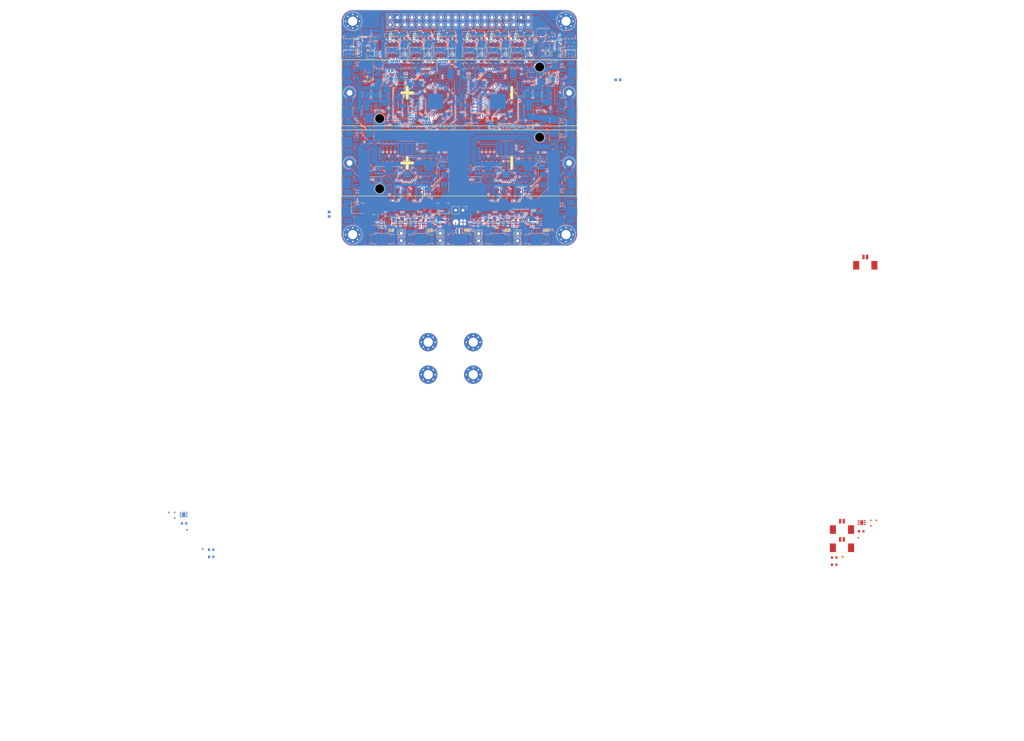
<source format=kicad_pcb>
(kicad_pcb (version 20210623) (generator pcbnew)

  (general
    (thickness 1)
  )

  (paper "A4")
  (title_block
    (title "BUTCube - EPS")
    (date "2021-08-20")
    (rev "v1.0")
    (company "VUT - FIT(STRaDe) & FME(IAE & IPE)")
    (comment 1 "Author: Petr Malaník")
  )

  (layers
    (0 "F.Cu" signal)
    (1 "In1.Cu" power)
    (2 "In2.Cu" mixed)
    (31 "B.Cu" signal)
    (32 "B.Adhes" user "B.Adhesive")
    (33 "F.Adhes" user "F.Adhesive")
    (34 "B.Paste" user)
    (35 "F.Paste" user)
    (36 "B.SilkS" user "B.Silkscreen")
    (37 "F.SilkS" user "F.Silkscreen")
    (38 "B.Mask" user)
    (39 "F.Mask" user)
    (40 "Dwgs.User" user "User.Drawings")
    (41 "Cmts.User" user "User.Comments")
    (42 "Eco1.User" user "User.Eco1")
    (43 "Eco2.User" user "User.Eco2")
    (44 "Edge.Cuts" user)
    (45 "Margin" user)
    (46 "B.CrtYd" user "B.Courtyard")
    (47 "F.CrtYd" user "F.Courtyard")
    (48 "B.Fab" user)
    (49 "F.Fab" user)
    (50 "User.1" user)
    (51 "User.2" user)
    (52 "User.3" user)
    (53 "User.4" user)
    (54 "User.5" user)
    (55 "User.6" user)
    (56 "User.7" user)
    (57 "User.8" user)
    (58 "User.9" user)
  )

  (setup
    (stackup
      (layer "F.SilkS" (type "Top Silk Screen"))
      (layer "F.Paste" (type "Top Solder Paste"))
      (layer "F.Mask" (type "Top Solder Mask") (color "Green") (thickness 0.01))
      (layer "F.Cu" (type "copper") (thickness 0.035))
      (layer "dielectric 1" (type "core") (thickness 0.28) (material "FR4") (epsilon_r 4.5) (loss_tangent 0.02))
      (layer "In1.Cu" (type "copper") (thickness 0.035))
      (layer "dielectric 2" (type "prepreg") (thickness 0.28) (material "FR4") (epsilon_r 4.5) (loss_tangent 0.02))
      (layer "In2.Cu" (type "copper") (thickness 0.035))
      (layer "dielectric 3" (type "core") (thickness 0.28) (material "FR4") (epsilon_r 4.5) (loss_tangent 0.02))
      (layer "B.Cu" (type "copper") (thickness 0.035))
      (layer "B.Mask" (type "Bottom Solder Mask") (color "Green") (thickness 0.01))
      (layer "B.Paste" (type "Bottom Solder Paste"))
      (layer "B.SilkS" (type "Bottom Silk Screen"))
      (copper_finish "Immersion gold")
      (dielectric_constraints no)
    )
    (pad_to_mask_clearance 0)
    (pcbplotparams
      (layerselection 0x00010fc_ffffffff)
      (disableapertmacros false)
      (usegerberextensions false)
      (usegerberattributes true)
      (usegerberadvancedattributes true)
      (creategerberjobfile true)
      (svguseinch false)
      (svgprecision 6)
      (excludeedgelayer true)
      (plotframeref false)
      (viasonmask false)
      (mode 1)
      (useauxorigin false)
      (hpglpennumber 1)
      (hpglpenspeed 20)
      (hpglpendiameter 15.000000)
      (dxfpolygonmode true)
      (dxfimperialunits true)
      (dxfusepcbnewfont true)
      (psnegative false)
      (psa4output false)
      (plotreference true)
      (plotvalue true)
      (plotinvisibletext false)
      (sketchpadsonfab false)
      (subtractmaskfromsilk false)
      (outputformat 1)
      (mirror false)
      (drillshape 1)
      (scaleselection 1)
      (outputdirectory "")
    )
  )

  (net 0 "")
  (net 1 "Net-(C1-Pad1)")
  (net 2 "VBUS")
  (net 3 "/Unit #1/MCU/MCU_POWER")
  (net 4 "/Unit #1/Battery charger/SOLAR_IN")
  (net 5 "/USB power/USB_POWER")
  (net 6 "Net-(C6-Pad1)")
  (net 7 "Net-(C6-Pad2)")
  (net 8 "Net-(C7-Pad1)")
  (net 9 "GND")
  (net 10 "Net-(C7-Pad2)")
  (net 11 "Net-(C8-Pad1)")
  (net 12 "/Unit #1/Battery charger/PMID")
  (net 13 "/Unit #1/Battery charger/SYS")
  (net 14 "/Unit #1/Battery charger/REGN")
  (net 15 "/Unit #1/Activation control/PWR_OUT")
  (net 16 "Net-(C29-Pad1)")
  (net 17 "/Unit #1/MCU/OUT_CUR")
  (net 18 "Net-(C32-Pad1)")
  (net 19 "/Unit #1/MCU/VREF")
  (net 20 "Net-(C47-Pad1)")
  (net 21 "/Unit #2/MCU/MCU_POWER")
  (net 22 "/Unit #2/Battery charger/SOLAR_IN")
  (net 23 "Net-(C52-Pad1)")
  (net 24 "Net-(C52-Pad2)")
  (net 25 "Net-(C53-Pad1)")
  (net 26 "Net-(C53-Pad2)")
  (net 27 "Net-(C54-Pad1)")
  (net 28 "/Unit #2/Battery charger/PMID")
  (net 29 "/Unit #2/Battery charger/SYS")
  (net 30 "/Unit #2/Battery charger/REGN")
  (net 31 "/Unit #2/Activation control/PWR_OUT")
  (net 32 "Net-(C75-Pad1)")
  (net 33 "/Unit #2/MCU/OUT_CUR")
  (net 34 "Net-(C78-Pad1)")
  (net 35 "/Unit #2/MCU/VREF")
  (net 36 "Net-(C93-Pad1)")
  (net 37 "Net-(C94-Pad1)")
  (net 38 "/Unit #1/Output control/PWR_OUT")
  (net 39 "Net-(C96-Pad1)")
  (net 40 "Net-(C97-Pad1)")
  (net 41 "/Unit #2/Output control/PWR_OUT")
  (net 42 "Net-(C101-Pad1)")
  (net 43 "Net-(C102-Pad1)")
  (net 44 "Net-(C106-Pad1)")
  (net 45 "Net-(C107-Pad1)")
  (net 46 "Net-(C111-Pad1)")
  (net 47 "Net-(C112-Pad1)")
  (net 48 "Net-(C116-Pad1)")
  (net 49 "Net-(C117-Pad1)")
  (net 50 "Net-(C121-Pad1)")
  (net 51 "Net-(C122-Pad1)")
  (net 52 "/Unit #1/ADC/VBAT_CUR")
  (net 53 "/Unit #2/ADC/VBAT_CUR")
  (net 54 "Net-(C129-Pad1)")
  (net 55 "Net-(C130-Pad1)")
  (net 56 "Net-(C131-Pad1)")
  (net 57 "Net-(C132-Pad1)")
  (net 58 "Net-(C133-Pad1)")
  (net 59 "/Unit #2/Activation control/Activation logic/PWR_IN")
  (net 60 "Net-(C138-Pad1)")
  (net 61 "Net-(C139-Pad1)")
  (net 62 "Net-(C140-Pad1)")
  (net 63 "Net-(C141-Pad1)")
  (net 64 "Net-(C142-Pad1)")
  (net 65 "/Unit #1/Activation control/Activation logic/PWR_IN")
  (net 66 "Net-(D2-Pad2)")
  (net 67 "/Stack connector/CAN_L")
  (net 68 "/Stack connector/CAN_H")
  (net 69 "/Unit #1/ADC/1V8_CUR")
  (net 70 "/Unit #2/ADC/1V8_CUR")
  (net 71 "/Unit #1/ADC/3V3_CUR")
  (net 72 "/Unit #2/ADC/3V3_CUR")
  (net 73 "/Unit #1/ADC/5V_CUR")
  (net 74 "/Unit #2/ADC/5V_CUR")
  (net 75 "/Unit #1/Activation control/PWR_IN")
  (net 76 "/Unit #1/MCU/POWER")
  (net 77 "Net-(F3-Pad2)")
  (net 78 "/Unit #2/Activation control/PWR_IN")
  (net 79 "/Unit #2/MCU/POWER")
  (net 80 "Net-(F6-Pad2)")
  (net 81 "Net-(F7-Pad1)")
  (net 82 "/Unit #1/1V8")
  (net 83 "Net-(F8-Pad1)")
  (net 84 "/Unit #2/1V8")
  (net 85 "Net-(F9-Pad1)")
  (net 86 "/Unit #1/3V3")
  (net 87 "Net-(F10-Pad1)")
  (net 88 "/Unit #2/3V3")
  (net 89 "Net-(F11-Pad1)")
  (net 90 "/Unit #1/5V")
  (net 91 "Net-(F12-Pad1)")
  (net 92 "/Unit #2/5V")
  (net 93 "Net-(F13-Pad1)")
  (net 94 "/Unit #1/VBAT")
  (net 95 "Net-(F14-Pad1)")
  (net 96 "/Unit #2/VBAT")
  (net 97 "Net-(J7-Pad1)")
  (net 98 "/Unit #1/MCU/DBG_TX")
  (net 99 "/Unit #1/MCU/DBG_RX")
  (net 100 "/Unit #1/MCU/SWCLK")
  (net 101 "/Unit #1/MCU/SWDIO")
  (net 102 "/Unit #1/Battery temperature control/NTC_OUT")
  (net 103 "Net-(J11-Pad1)")
  (net 104 "/Stack connector/EPS#1_CHARGE")
  (net 105 "/Stack connector/RS_485_~{B}")
  (net 106 "/Stack connector/RS_485_A")
  (net 107 "/Stack connector/EPS#2_CHARGE")
  (net 108 "Net-(J19-Pad1)")
  (net 109 "/Unit #2/MCU/DBG_TX")
  (net 110 "/Unit #2/MCU/DBG_RX")
  (net 111 "/Unit #2/MCU/SWCLK")
  (net 112 "/Unit #2/MCU/SWDIO")
  (net 113 "/Unit #2/Battery temperature control/NTC_OUT")
  (net 114 "Net-(J23-Pad1)")
  (net 115 "/Activation switches/RBF_PIN")
  (net 116 "/Activation switches/SW_#1")
  (net 117 "/Activation switches/SW_#2")
  (net 118 "/Activation switches/SW_#3")
  (net 119 "/Activation switches/SW_#4")
  (net 120 "Net-(JP1-Pad2)")
  (net 121 "Net-(JP2-Pad1)")
  (net 122 "/Unit #1/MCU/NRST")
  (net 123 "Net-(JP3-Pad1)")
  (net 124 "Net-(JP3-Pad2)")
  (net 125 "Net-(JP4-Pad2)")
  (net 126 "Net-(JP5-Pad1)")
  (net 127 "/Unit #2/MCU/NRST")
  (net 128 "Net-(JP6-Pad1)")
  (net 129 "Net-(JP6-Pad2)")
  (net 130 "Net-(L3-Pad1)")
  (net 131 "Net-(L3-Pad2)")
  (net 132 "Net-(L4-Pad1)")
  (net 133 "Net-(L4-Pad2)")
  (net 134 "Net-(L5-Pad1)")
  (net 135 "Net-(L5-Pad2)")
  (net 136 "Net-(L6-Pad1)")
  (net 137 "Net-(L6-Pad2)")
  (net 138 "Net-(L7-Pad1)")
  (net 139 "Net-(L7-Pad2)")
  (net 140 "Net-(L8-Pad1)")
  (net 141 "Net-(L8-Pad2)")
  (net 142 "Net-(Q1-PadG1)")
  (net 143 "Net-(Q1-PadS1)")
  (net 144 "Net-(Q2-PadG1)")
  (net 145 "Net-(Q2-PadS1)")
  (net 146 "/Unit #1/Activation control/Activation logic/SEP_EN")
  (net 147 "Net-(Q3-Pad5)")
  (net 148 "/Unit #1/Activation control/Activation logic/RBF_EN")
  (net 149 "Net-(Q5-Pad1)")
  (net 150 "Net-(Q5-Pad3)")
  (net 151 "Net-(Q7-Pad1)")
  (net 152 "Net-(Q7-Pad4)")
  (net 153 "Net-(Q7-Pad5)")
  (net 154 "Net-(Q9-PadG1)")
  (net 155 "Net-(Q9-PadS1)")
  (net 156 "Net-(Q10-PadG1)")
  (net 157 "Net-(Q10-PadS1)")
  (net 158 "/Unit #2/Activation control/Activation logic/SEP_EN")
  (net 159 "Net-(Q11-Pad5)")
  (net 160 "/Unit #2/Activation control/Activation logic/RBF_EN")
  (net 161 "Net-(Q13-Pad1)")
  (net 162 "Net-(Q13-Pad3)")
  (net 163 "Net-(Q15-Pad1)")
  (net 164 "Net-(Q15-Pad4)")
  (net 165 "Net-(Q15-Pad5)")
  (net 166 "Net-(Q17-Pad4)")
  (net 167 "Net-(Q17-Pad5)")
  (net 168 "Net-(Q18-Pad1)")
  (net 169 "Net-(Q18-Pad4)")
  (net 170 "Net-(Q19-Pad4)")
  (net 171 "Net-(Q19-Pad5)")
  (net 172 "Net-(Q20-Pad1)")
  (net 173 "Net-(Q20-Pad4)")
  (net 174 "/Unit #1/Power supplies/Power_supply_1V8/PER_POWER")
  (net 175 "/Unit #1/MCU/1V8_EN")
  (net 176 "/Unit #2/Power supplies/Power_supply_1V8/PER_POWER")
  (net 177 "/Unit #2/MCU/1V8_EN")
  (net 178 "/Unit #1/MCU/3V3_EN")
  (net 179 "/Unit #2/MCU/3V3_EN")
  (net 180 "/Unit #1/Power supplies/Power_supply_5V/PER_POWER")
  (net 181 "/Unit #1/MCU/5V_EN")
  (net 182 "/Unit #2/Power supplies/Power_supply_5V/PER_POWER")
  (net 183 "/Unit #2/MCU/5V_EN")
  (net 184 "Net-(Q27-Pad1)")
  (net 185 "/Unit #1/MCU/VBAT_EN")
  (net 186 "Net-(Q28-Pad1)")
  (net 187 "/Unit #2/MCU/VBAT_EN")
  (net 188 "/Unit #1/Battery charger/D+")
  (net 189 "/Unit #1/Battery charger/D-")
  (net 190 "Net-(R5-Pad2)")
  (net 191 "Net-(R6-Pad2)")
  (net 192 "Net-(R7-Pad1)")
  (net 193 "Net-(R8-Pad2)")
  (net 194 "Net-(D1-Pad2)")
  (net 195 "Net-(R11-Pad1)")
  (net 196 "Net-(R16-Pad2)")
  (net 197 "Net-(R17-Pad2)")
  (net 198 "Net-(R18-Pad2)")
  (net 199 "Net-(R21-Pad2)")
  (net 200 "Net-(R22-Pad1)")
  (net 201 "Net-(R24-Pad2)")
  (net 202 "/Unit #1/MCU/VBAT")
  (net 203 "/Unit #1/MCU/VDDUSB")
  (net 204 "Net-(R30-Pad1)")
  (net 205 "/Unit #1/MCU/CAN_RS")
  (net 206 "/Unit #1/MCU/RS_485_R_EN")
  (net 207 "/Unit #1/MCU/RS_485_T_EN")
  (net 208 "/Unit #1/Battery temperature control/EN")
  (net 209 "/Unit #1/Battery temperature control/NTC_REF")
  (net 210 "/Unit #2/Battery charger/D+")
  (net 211 "/Unit #2/Battery charger/D-")
  (net 212 "Net-(R47-Pad2)")
  (net 213 "Net-(R57-Pad2)")
  (net 214 "/Unit #2/MCU/VBAT")
  (net 215 "/Unit #2/MCU/VDDUSB")
  (net 216 "/Unit #2/MCU/CAN_RS")
  (net 217 "/Unit #2/MCU/RS_485_R_EN")
  (net 218 "/Unit #2/MCU/RS_485_T_EN")
  (net 219 "/Unit #2/Battery temperature control/EN")
  (net 220 "/Unit #2/Battery temperature control/NTC_REF")
  (net 221 "Net-(R82-Pad1)")
  (net 222 "Net-(R91-Pad2)")
  (net 223 "Net-(R98-Pad2)")
  (net 224 "Net-(R105-Pad2)")
  (net 225 "Net-(R112-Pad2)")
  (net 226 "Net-(R119-Pad2)")
  (net 227 "/Unit #1/Battery temperature control/~{FAULT}")
  (net 228 "/Unit #2/Battery temperature control/~{FAULT}")
  (net 229 "Net-(TP61-Pad1)")
  (net 230 "Net-(TP62-Pad1)")
  (net 231 "Net-(TP63-Pad1)")
  (net 232 "Net-(TP64-Pad1)")
  (net 233 "Net-(TP67-Pad1)")
  (net 234 "Net-(TP69-Pad1)")
  (net 235 "Net-(TP70-Pad1)")
  (net 236 "Net-(TP71-Pad1)")
  (net 237 "Net-(TP72-Pad1)")
  (net 238 "Net-(TP75-Pad1)")
  (net 239 "/Unit #1/ADC/~{CS}")
  (net 240 "/Unit #1/MCU/SPI_MISO")
  (net 241 "/Unit #1/MCU/SPI_SCK")
  (net 242 "/Unit #1/MCU/SPI_MOSI")
  (net 243 "Net-(D1-Pad1)")
  (net 244 "/Unit #1/Battery charger/SCL")
  (net 245 "/Unit #1/Battery charger/SDA")
  (net 246 "/Unit #1/Battery charger/~{INT}")
  (net 247 "/Unit #1/MCU/WDG_RESET")
  (net 248 "/Unit #1/MCU/FRAM_CS")
  (net 249 "/Unit #1/MCU/LSE")
  (net 250 "/Unit #1/MCU/HSE")
  (net 251 "/Unit #1/Battery charger/BAT_ALERT")
  (net 252 "/Unit #1/MCU/RS_485_R")
  (net 253 "/Unit #1/MCU/RS_485_T")
  (net 254 "/Unit #1/MCU/CAN_RX")
  (net 255 "/Unit #1/MCU/CAN_TX")
  (net 256 "/Unit #2/ADC/~{CS}")
  (net 257 "/Unit #2/MCU/SPI_MISO")
  (net 258 "/Unit #2/MCU/SPI_SCK")
  (net 259 "/Unit #2/MCU/SPI_MOSI")
  (net 260 "Net-(D5-Pad1)")
  (net 261 "/Unit #2/Battery charger/SCL")
  (net 262 "/Unit #2/Battery charger/SDA")
  (net 263 "/Unit #2/Battery charger/~{INT}")
  (net 264 "/Unit #2/MCU/WDG_RESET")
  (net 265 "/Unit #2/MCU/FRAM_CS")
  (net 266 "/Unit #2/MCU/LSE")
  (net 267 "/Unit #2/MCU/HSE")
  (net 268 "/Unit #2/Battery charger/BAT_ALERT")
  (net 269 "/Unit #2/MCU/RS_485_R")
  (net 270 "/Unit #2/MCU/RS_485_T")
  (net 271 "/Unit #2/MCU/CAN_RX")
  (net 272 "/Unit #2/MCU/CAN_TX")
  (net 273 "Net-(U52-Pad6)")
  (net 274 "Net-(U53-Pad8)")
  (net 275 "Net-(U54-Pad12)")
  (net 276 "Net-(U48-Pad6)")
  (net 277 "Net-(U48-Pad8)")
  (net 278 "Net-(U48-Pad12)")
  (net 279 "Net-(U49-Pad10)")
  (net 280 "Net-(U49-Pad8)")
  (net 281 "Net-(U49-Pad12)")
  (net 282 "Net-(U50-Pad12)")
  (net 283 "Net-(U52-Pad8)")
  (net 284 "Net-(U52-Pad12)")
  (net 285 "Net-(U53-Pad10)")
  (net 286 "Net-(U53-Pad12)")
  (net 287 "Net-(D4-Pad1)")
  (net 288 "Net-(D7-Pad1)")
  (net 289 "Net-(D7-Pad2)")
  (net 290 "Net-(D8-Pad2)")
  (net 291 "Net-(D10-Pad1)")
  (net 292 "Net-(D11-Pad1)")
  (net 293 "/Unit #1/MCU/LED1")
  (net 294 "/Unit #1/MCU/LED2")
  (net 295 "Net-(R41-Pad1)")
  (net 296 "Net-(R46-Pad2)")
  (net 297 "Net-(R48-Pad1)")
  (net 298 "Net-(R49-Pad2)")
  (net 299 "Net-(R52-Pad1)")
  (net 300 "Net-(R58-Pad2)")
  (net 301 "Net-(R59-Pad2)")
  (net 302 "Net-(R62-Pad2)")
  (net 303 "Net-(R63-Pad1)")
  (net 304 "Net-(R65-Pad2)")
  (net 305 "Net-(R71-Pad1)")
  (net 306 "/Unit #2/MCU/LED1")
  (net 307 "/Unit #2/MCU/LED2")
  (net 308 "Net-(R84-Pad1)")
  (net 309 "Net-(R86-Pad1)")
  (net 310 "Net-(R88-Pad2)")
  (net 311 "Net-(R89-Pad1)")
  (net 312 "Net-(R95-Pad2)")
  (net 313 "Net-(R96-Pad1)")
  (net 314 "Net-(R102-Pad2)")
  (net 315 "Net-(R103-Pad1)")
  (net 316 "Net-(R109-Pad2)")
  (net 317 "Net-(R110-Pad1)")
  (net 318 "Net-(R116-Pad2)")
  (net 319 "Net-(R117-Pad1)")
  (net 320 "Net-(R123-Pad2)")
  (net 321 "Net-(R124-Pad1)")
  (net 322 "Net-(R126-Pad2)")
  (net 323 "Net-(R132-Pad2)")
  (net 324 "Net-(R137-Pad2)")
  (net 325 "/Unit #1/Battery charger/BAT+")
  (net 326 "/Unit #2/Battery charger/BAT+")
  (net 327 "/Unit #1/ADC/VBAT_DIV")
  (net 328 "/Unit #1/ADC/3V3_DIV")
  (net 329 "/Unit #1/ADC/5V_DIV")
  (net 330 "/Unit #2/ADC/VBAT_DIV")
  (net 331 "/Unit #2/ADC/3V3_DIV")
  (net 332 "/Unit #2/ADC/5V_DIV")
  (net 333 "unconnected-(J12-Pad11)")
  (net 334 "unconnected-(J12-Pad12)")
  (net 335 "unconnected-(J12-Pad13)")
  (net 336 "unconnected-(J12-Pad14)")
  (net 337 "unconnected-(J12-Pad15)")
  (net 338 "unconnected-(J12-Pad16)")
  (net 339 "unconnected-(J12-Pad17)")
  (net 340 "unconnected-(J12-Pad18)")
  (net 341 "unconnected-(J12-Pad23)")
  (net 342 "unconnected-(J12-Pad24)")
  (net 343 "unconnected-(J12-Pad25)")
  (net 344 "unconnected-(J12-Pad26)")
  (net 345 "unconnected-(J12-Pad27)")
  (net 346 "unconnected-(J12-Pad28)")
  (net 347 "unconnected-(J12-Pad29)")
  (net 348 "unconnected-(J12-Pad30)")
  (net 349 "/Unit #1/ADC/CONV_EN")
  (net 350 "Net-(Q29-Pad3)")
  (net 351 "Net-(Q30-Pad3)")
  (net 352 "Net-(Q31-Pad3)")
  (net 353 "/Unit #2/ADC/CONV_EN")
  (net 354 "Net-(Q32-Pad3)")
  (net 355 "Net-(Q33-Pad3)")
  (net 356 "Net-(Q34-Pad3)")
  (net 357 "unconnected-(U6-Pad3)")
  (net 358 "unconnected-(U8-Pad3)")
  (net 359 "unconnected-(U9-Pad4)")
  (net 360 "unconnected-(U9-Pad10)")
  (net 361 "unconnected-(U10-Pad3)")
  (net 362 "unconnected-(U12-Pad7)")
  (net 363 "unconnected-(U19-Pad3)")
  (net 364 "unconnected-(U21-Pad3)")
  (net 365 "unconnected-(U22-Pad4)")
  (net 366 "unconnected-(U22-Pad10)")
  (net 367 "unconnected-(U23-Pad3)")
  (net 368 "unconnected-(U25-Pad7)")
  (net 369 "unconnected-(U27-Pad1)")
  (net 370 "unconnected-(U30-Pad1)")
  (net 371 "unconnected-(U50-Pad8)")
  (net 372 "unconnected-(U54-Pad8)")
  (net 373 "unconnected-(X1-Pad1)")
  (net 374 "unconnected-(X3-Pad1)")

  (footprint "Diode_SMD:D_SOD-323F" (layer "F.Cu") (at 95.1 59.325 180))

  (footprint "TCY_passives:R_0603_1608Metric" (layer "F.Cu") (at 163.8 54.2 90))

  (footprint "TCY_passives:R_0603_1608Metric" (layer "F.Cu") (at 93.1 53.725 90))

  (footprint "TCY_passives:D_0603_1608Metric" (layer "F.Cu") (at 86.3 56.8 -90))

  (footprint "TCY_passives:R_0603_1608Metric" (layer "F.Cu") (at 257.14 235.26))

  (footprint "MountingHole:MountingHole_3.2mm_M3_Pad_Via" (layer "F.Cu") (at 89 122.5))

  (footprint "TCY_passives:R_0603_1608Metric" (layer "F.Cu") (at 107.05 58.2))

  (footprint "TCY_connectors:TestPoint_Pad_D0.5mm" (layer "F.Cu") (at 158.4 59.9))

  (footprint "TCY_connectors:Amphenol_10114830-11102LF_1x02_P1.25mm_Horizontal" (layer "F.Cu") (at 99.25 122))

  (footprint "TCY_passives:R_0603_1608Metric" (layer "F.Cu") (at 113.7 118.2 -90))

  (footprint "TCY_passives:R_0603_1608Metric" (layer "F.Cu") (at 257.14 237.77))

  (footprint "TCY_passives:R_0603_1608Metric" (layer "F.Cu") (at 151.187255 118.138244 -90))

  (footprint "TCY_passives:R_0603_1608Metric" (layer "F.Cu") (at 162.6 54.2 -90))

  (footprint "TCY_IC:DFN-3_1.2x1.2mm" (layer "F.Cu") (at 161 53.7))

  (footprint "Connector_PinHeader_2.54mm:PinHeader_1x02_P2.54mm_Vertical" (layer "F.Cu") (at 146.6 124.675 180))

  (footprint "TCY_passives:R_0603_1608Metric" (layer "F.Cu") (at 115.45 55.4))

  (footprint "TCY_passives:R_0603_1608Metric" (layer "F.Cu") (at 150.8 54 180))

  (footprint "TCY_passives:R_0603_1608Metric" (layer "F.Cu") (at 89.9 54.2 90))

  (footprint "TCY_passives:R_0603_1608Metric" (layer "F.Cu") (at 131.987255 118.138244 90))

  (footprint "TCY_passives:D_0603_1608Metric" (layer "F.Cu") (at 86.3 54.2 -90))

  (footprint "TCY_passives:C_0603_1608Metric" (layer "F.Cu") (at 165 54.2 90))

  (footprint "TCY_passives:R_0603_1608Metric" (layer "F.Cu") (at 88.7 54.2 -90))

  (footprint "TCY_connectors:TestPoint_Pad_D0.5mm" (layer "F.Cu") (at 271.86 222.26))

  (footprint "TCY_connectors:TestPoint_Pad_D0.5mm" (layer "F.Cu") (at 114.675 59.5))

  (footprint "TCY_passives:R_0603_1608Metric" (layer "F.Cu") (at 89.9 56.8 90))

  (footprint "TCY_connectors:TestPoint_Pad_D0.5mm" (layer "F.Cu") (at 107.825 59.5))

  (footprint "TCY_connectors:TestPoint_Pad_D0.5mm" (layer "F.Cu") (at 124.625 59.5))

  (footprint "TCY_IC:DFN-3_1.2x1.2mm" (layer "F.Cu") (at 91.5 54.7 180))

  (footprint "Diode_SMD:D_SOD-323F" (layer "F.Cu") (at 106.7 52.25 180))

  (footprint "TCY_passives:C_0603_1608Metric" (layer "F.Cu") (at 138.787255 118.138244 -90))

  (footprint "TCY_passives:R_0603_1608Metric" (layer "F.Cu") (at 120.5 118.2 90))

  (footprint "Diode_SMD:D_SOD-323F" (layer "F.Cu") (at 133.65 52.25 180))

  (footprint "Package_DFN_QFN:UQFN-10_1.4x1.8mm_P0.4mm" (layer "F.Cu") (at 157.2 56.6))

  (footprint "TCY_connectors:TestPoint_Pad_D0.5mm" (layer "F.Cu") (at 105.35 54.7))

  (footprint "TCY_passives:C_0603_1608Metric" (layer "F.Cu") (at 93.6 56.625 90))

  (footprint "TCY_passives:C_0603_1608Metric" (layer "F.Cu") (at 115.45 60.7))

  (footprint "TCY_connectors:TestPoint_Pad_D0.5mm" (layer "F.Cu") (at 143.175 59.5))

  (footprint "TCY_connectors:Amphenol_10114830-11102LF_1x02_P1.25mm_Horizontal" (layer "F.Cu") (at 126.25 122.02))

  (footprint "TCY_passives:R_0603_1608Metric" (layer "F.Cu") (at 123.85 54 180))

  (footprint "TCY_passives:RV_3x3.6" (layer "F.Cu") (at 102.6 53 90))

  (footprint "TCY_passives:R_0603_1608Metric" (layer "F.Cu") (at 137.187255 118.138244 90))

  (footprint "TCY_passives:R_0603_1608Metric" (layer "F.Cu") (at 115.3 118.2 90))

  (footprint "TCY_passives:R_0603_1608Metric" (layer "F.Cu") (at 147.587255 118.138244 90))

  (footprint "TCY_connectors:TestPoint_Pad_D0.5mm" (layer "F.Cu") (at 158.4 58.7))

  (footprint "TCY_IC:DFN-3_1.2x1.2mm" (layer "F.Cu") (at 161 58.9))

  (footprint "TCY_passives:C_0603_1608Metric" (layer "F.Cu") (at 154.387255 118.138244 -90))

  (footprint "TCY_passives:C_0603_1608Metric" (layer "F.Cu") (at 106.5 118.2 -90))

  (footprint "Diode_SMD:D_SOD-323F" (layer "F.Cu") (at 123.5 52.25 180))

  (footprint "TCY_passives:R_0603_1608Metric" (layer "F.Cu") (at 94.5 53.725 90))

  (footprint "TCY_connectors:TestPoint_Pad_D0.5mm" (layer "F.Cu") (at 140.7 54.7))

  (footprint "TCY_connectors:TestPoint_Pad_D0.5mm" (layer "F.Cu") (at 150.025 59.5))

  (footprint "TCY_passives:R_0603_1608Metric" (layer "F.Cu") (at 145.987255 118.138244 -90))

  (footprint "TCY_passives:R_0603_1608Metric" (layer "F.Cu") (at 150.8 56.8 180))

  (footprint "TCY_passives:R_0603_1608Metric" (layer "F.Cu") (at 89.9 59.4 90))

  (footprint "Inductor_SMD:L_Taiyo-Yuden_MD-5050" (layer "F.Cu") (at 129.9 58.1 -90))

  (footprint "TCY_passives:C_0603_1608Metric" (layer "F.Cu") (at 156.9 53.675 90))

  (footprint "TCY_connectors:TestPoint_Pad_D0.5mm" (layer "F.Cu") (at 97.4 59.925))

  (footprint "TCY_connectors:TestPoint_Pad_D0.5mm" (layer "F.Cu") (at 132.3 54.7))

  (footprint "MountingHole:MountingHole_3.2mm_M3_Pad_Via" (layer "F.Cu") (at 131.12 160.06))

  (footprint "Inductor_SMD:L_Taiyo-Yuden_MD-5050" (layer "F.Cu") (at 119.75 58.1 -90))

  (footprint "TCY_passives:R_0603_1608Metric" (layer "F.Cu") (at 155.5 53.7 90))

  (footprint "TCY_passives:R_0603_1608Metric" (layer "F.Cu") (at 150.8 58.2))

  (footprint "Connector_PinHeader_2.54mm:PinHeader_1x02_P2.54mm_Vertical" (layer "F.Cu") (at 106 124.6 180))

  (footprint "TCY_passives:R_0603_1608Metric" (layer "F.Cu") (at 107.05 54 180))

  (footprint "TCY_passives:C_0603_1608Metric" (layer "F.Cu") (at 165 59.4 90))

  (footprint "MountingHole:MountingHole_3.2mm_M3_Pad_Via" (layer "F.Cu") (at 131.12 171.4))

  (footprint "TCY_passives:R_0603_1608Metric" (layer "F.Cu")
    (tedit 61276209) (tstamp 6c821f5f-9997-4659-9d1e-e5b510d7d76c)
    (at 150.8 55.4)
    (descr "Resistor SMD 0603 (1608 Metric), square (rectangular) end terminal, IPC_7351 nominal, (Body size source: IPC-SM-782 page 72, https://www.pcb-3d.com/wordpress/wp-content/uploads/ipc-sm-782a_amendme
... [8264935 chars truncated]
</source>
